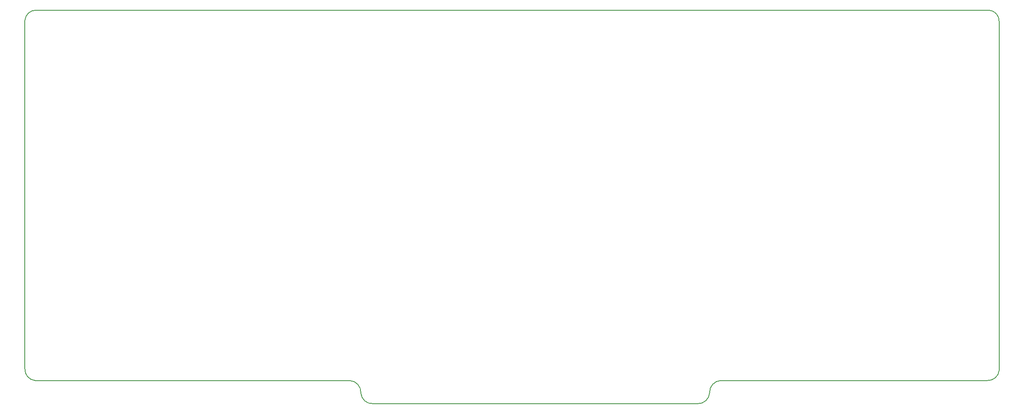
<source format=gbr>
%TF.GenerationSoftware,KiCad,Pcbnew,(7.0.0-0)*%
%TF.CreationDate,2023-03-09T10:38:16-05:00*%
%TF.ProjectId,cutiepie2040,63757469-6570-4696-9532-3034302e6b69,rev?*%
%TF.SameCoordinates,Original*%
%TF.FileFunction,Profile,NP*%
%FSLAX46Y46*%
G04 Gerber Fmt 4.6, Leading zero omitted, Abs format (unit mm)*
G04 Created by KiCad (PCBNEW (7.0.0-0)) date 2023-03-09 10:38:16*
%MOMM*%
%LPD*%
G01*
G04 APERTURE LIST*
%TA.AperFunction,Profile*%
%ADD10C,0.200000*%
%TD*%
G04 APERTURE END LIST*
D10*
X47050000Y-121975000D02*
X111625000Y-121975000D01*
X47349998Y-45775046D02*
G75*
G03*
X44950001Y-47872945I-108998J-2297054D01*
G01*
X44950000Y-55300000D02*
X44950000Y-82500000D01*
X47350000Y-45775000D02*
X242900000Y-45775000D01*
X113929198Y-124547222D02*
G75*
G03*
X111625000Y-121975000I-2438198J134022D01*
G01*
X44950000Y-82500000D02*
X44950000Y-119550000D01*
X44949993Y-119550000D02*
G75*
G03*
X47050000Y-121974999I2311807J-119800D01*
G01*
X242564782Y-121975083D02*
G75*
G03*
X244975000Y-119861866I105218J2311083D01*
G01*
X113929302Y-124547224D02*
G75*
G03*
X116400000Y-126737500I2330498J140224D01*
G01*
X187824996Y-121974927D02*
G75*
G03*
X185520728Y-124518012I119404J-2423673D01*
G01*
X187825000Y-121975000D02*
X242564786Y-121975000D01*
X44950000Y-55300000D02*
X44950000Y-47872945D01*
X116400000Y-126737500D02*
X183050000Y-126737500D01*
X244974956Y-48160212D02*
G75*
G03*
X242900000Y-45775001I-2278956J112612D01*
G01*
X244975000Y-48160214D02*
X244975000Y-119861866D01*
X183049999Y-126737527D02*
G75*
G03*
X185520726Y-124518012I125601J2345127D01*
G01*
M02*

</source>
